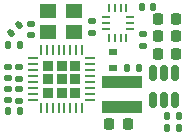
<source format=gbr>
%TF.GenerationSoftware,KiCad,Pcbnew,6.0.8*%
%TF.CreationDate,2022-11-02T10:42:09+03:00*%
%TF.ProjectId,esplog_hv,6573706c-6f67-45f6-9876-2e6b69636164,rev?*%
%TF.SameCoordinates,Original*%
%TF.FileFunction,Paste,Top*%
%TF.FilePolarity,Positive*%
%FSLAX46Y46*%
G04 Gerber Fmt 4.6, Leading zero omitted, Abs format (unit mm)*
G04 Created by KiCad (PCBNEW 6.0.8) date 2022-11-02 10:42:09*
%MOMM*%
%LPD*%
G01*
G04 APERTURE LIST*
G04 Aperture macros list*
%AMRoundRect*
0 Rectangle with rounded corners*
0 $1 Rounding radius*
0 $2 $3 $4 $5 $6 $7 $8 $9 X,Y pos of 4 corners*
0 Add a 4 corners polygon primitive as box body*
4,1,4,$2,$3,$4,$5,$6,$7,$8,$9,$2,$3,0*
0 Add four circle primitives for the rounded corners*
1,1,$1+$1,$2,$3*
1,1,$1+$1,$4,$5*
1,1,$1+$1,$6,$7*
1,1,$1+$1,$8,$9*
0 Add four rect primitives between the rounded corners*
20,1,$1+$1,$2,$3,$4,$5,0*
20,1,$1+$1,$4,$5,$6,$7,0*
20,1,$1+$1,$6,$7,$8,$9,0*
20,1,$1+$1,$8,$9,$2,$3,0*%
G04 Aperture macros list end*
%ADD10RoundRect,0.140000X-0.021213X0.219203X-0.219203X0.021213X0.021213X-0.219203X0.219203X-0.021213X0*%
%ADD11RoundRect,0.140000X-0.170000X0.140000X-0.170000X-0.140000X0.170000X-0.140000X0.170000X0.140000X0*%
%ADD12RoundRect,0.140000X0.170000X-0.140000X0.170000X0.140000X-0.170000X0.140000X-0.170000X-0.140000X0*%
%ADD13RoundRect,0.135000X-0.135000X-0.185000X0.135000X-0.185000X0.135000X0.185000X-0.135000X0.185000X0*%
%ADD14RoundRect,0.232500X-0.232500X-0.232500X0.232500X-0.232500X0.232500X0.232500X-0.232500X0.232500X0*%
%ADD15RoundRect,0.062500X-0.375000X-0.062500X0.375000X-0.062500X0.375000X0.062500X-0.375000X0.062500X0*%
%ADD16RoundRect,0.062500X-0.062500X-0.375000X0.062500X-0.375000X0.062500X0.375000X-0.062500X0.375000X0*%
%ADD17RoundRect,0.140000X-0.140000X-0.170000X0.140000X-0.170000X0.140000X0.170000X-0.140000X0.170000X0*%
%ADD18RoundRect,0.140000X0.140000X0.170000X-0.140000X0.170000X-0.140000X-0.170000X0.140000X-0.170000X0*%
%ADD19R,0.700000X0.600000*%
%ADD20RoundRect,0.147500X0.172500X-0.147500X0.172500X0.147500X-0.172500X0.147500X-0.172500X-0.147500X0*%
%ADD21RoundRect,0.150000X0.150000X-0.512500X0.150000X0.512500X-0.150000X0.512500X-0.150000X-0.512500X0*%
%ADD22RoundRect,0.135000X0.185000X-0.135000X0.185000X0.135000X-0.185000X0.135000X-0.185000X-0.135000X0*%
%ADD23RoundRect,0.225000X0.225000X0.250000X-0.225000X0.250000X-0.225000X-0.250000X0.225000X-0.250000X0*%
%ADD24R,0.250000X0.675000*%
%ADD25R,0.675000X0.250000*%
%ADD26R,1.400000X1.200000*%
%ADD27RoundRect,0.135000X-0.185000X0.135000X-0.185000X-0.135000X0.185000X-0.135000X0.185000X0.135000X0*%
%ADD28R,3.400000X1.000000*%
G04 APERTURE END LIST*
D10*
%TO.C,C9*%
X84727422Y-56090178D03*
X84048600Y-56769000D03*
%TD*%
D11*
%TO.C,C2*%
X85699600Y-56037600D03*
X85699600Y-56997600D03*
%TD*%
D12*
%TO.C,C4*%
X83769200Y-60655200D03*
X83769200Y-59695200D03*
%TD*%
D13*
%TO.C,R3*%
X97250600Y-63855600D03*
X98270600Y-63855600D03*
%TD*%
D14*
%TO.C,U1*%
X88290400Y-60706000D03*
X89440400Y-59556000D03*
X88290400Y-61856000D03*
X88290400Y-59556000D03*
X87140400Y-61856000D03*
X89440400Y-61856000D03*
X87140400Y-60706000D03*
X87140400Y-59556000D03*
X89440400Y-60706000D03*
D15*
X85852900Y-58956000D03*
X85852900Y-59456000D03*
X85852900Y-59956000D03*
X85852900Y-60456000D03*
X85852900Y-60956000D03*
X85852900Y-61456000D03*
X85852900Y-61956000D03*
X85852900Y-62456000D03*
D16*
X86540400Y-63143500D03*
X87040400Y-63143500D03*
X87540400Y-63143500D03*
X88040400Y-63143500D03*
X88540400Y-63143500D03*
X89040400Y-63143500D03*
X89540400Y-63143500D03*
X90040400Y-63143500D03*
D15*
X90727900Y-62456000D03*
X90727900Y-61956000D03*
X90727900Y-61456000D03*
X90727900Y-60956000D03*
X90727900Y-60456000D03*
X90727900Y-59956000D03*
X90727900Y-59456000D03*
X90727900Y-58956000D03*
D16*
X90040400Y-58268500D03*
X89540400Y-58268500D03*
X89040400Y-58268500D03*
X88540400Y-58268500D03*
X88040400Y-58268500D03*
X87540400Y-58268500D03*
X87040400Y-58268500D03*
X86540400Y-58268500D03*
%TD*%
D17*
%TO.C,C8*%
X83774400Y-57861200D03*
X84734400Y-57861200D03*
%TD*%
%TO.C,C6*%
X83774400Y-63398400D03*
X84734400Y-63398400D03*
%TD*%
D18*
%TO.C,C12*%
X96032200Y-54584600D03*
X95072200Y-54584600D03*
%TD*%
D13*
%TO.C,R2*%
X97252600Y-64846200D03*
X98272600Y-64846200D03*
%TD*%
D19*
%TO.C,D1*%
X92684600Y-59780400D03*
X92684600Y-58380400D03*
%TD*%
D20*
%TO.C,L1*%
X84709000Y-60684000D03*
X84709000Y-59714000D03*
%TD*%
D21*
%TO.C,IC1*%
X96027800Y-62478500D03*
X96977800Y-62478500D03*
X97927800Y-62478500D03*
X97927800Y-60203500D03*
X96977800Y-60203500D03*
X96027800Y-60203500D03*
%TD*%
D22*
%TO.C,R4*%
X95222600Y-57937400D03*
X95222600Y-56917400D03*
%TD*%
D12*
%TO.C,C1*%
X90830400Y-56763800D03*
X90830400Y-55803800D03*
%TD*%
D23*
%TO.C,C7*%
X93901800Y-64541400D03*
X92351800Y-64541400D03*
%TD*%
%TO.C,C11*%
X97969000Y-55600600D03*
X96419000Y-55600600D03*
%TD*%
D24*
%TO.C,U2*%
X93787950Y-54676300D03*
X93287950Y-54676300D03*
X92787950Y-54676300D03*
X92287950Y-54676300D03*
D25*
X92025450Y-55438800D03*
X92025450Y-55938800D03*
X92025450Y-56438800D03*
D24*
X92287950Y-57201300D03*
X92787950Y-57201300D03*
X93287950Y-57201300D03*
X93787950Y-57201300D03*
D25*
X94050450Y-56438800D03*
X94050450Y-55938800D03*
X94050450Y-55438800D03*
%TD*%
D23*
%TO.C,C14*%
X97969000Y-57073800D03*
X96419000Y-57073800D03*
%TD*%
D26*
%TO.C,Y1*%
X89365000Y-54979200D03*
X87165000Y-54979200D03*
X87165000Y-56679200D03*
X89365000Y-56679200D03*
%TD*%
D23*
%TO.C,C13*%
X97969000Y-58547000D03*
X96419000Y-58547000D03*
%TD*%
D11*
%TO.C,C3*%
X83769200Y-61552000D03*
X83769200Y-62512000D03*
%TD*%
D27*
%TO.C,R1*%
X84709000Y-61540800D03*
X84709000Y-62560800D03*
%TD*%
D28*
%TO.C,L2*%
X93371000Y-60968200D03*
X93371000Y-63068200D03*
%TD*%
D18*
%TO.C,C10*%
X94811000Y-59766200D03*
X93851000Y-59766200D03*
%TD*%
M02*

</source>
